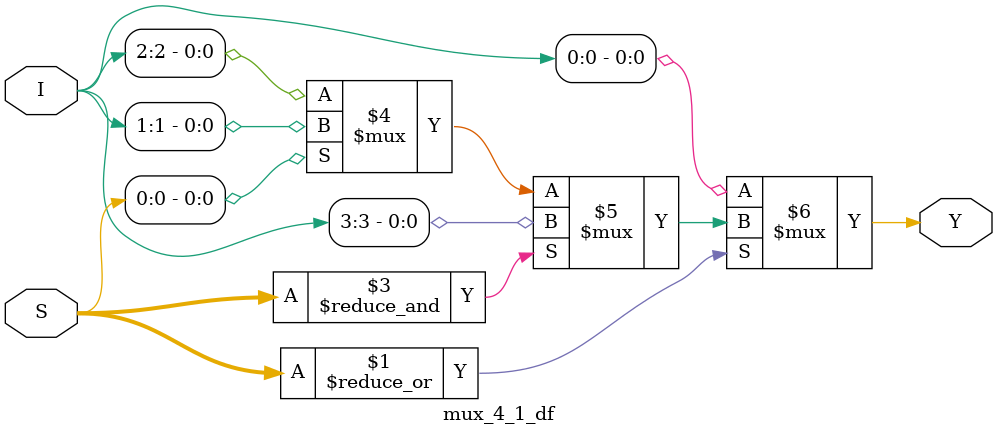
<source format=v>

/**************************************************
 P1.1 4:1 MULTIPLEXER DATAFLOW2
 ************************************************/

 module mux_4_1_df(Y,I,S);
 	input [3:0]I;
 	input [1:0]S;
 	output Y;

 assign Y= ~|S?I[0]:(&S?I[3]:(S[0]?I[1]:I[2]));


 endmodule
</source>
